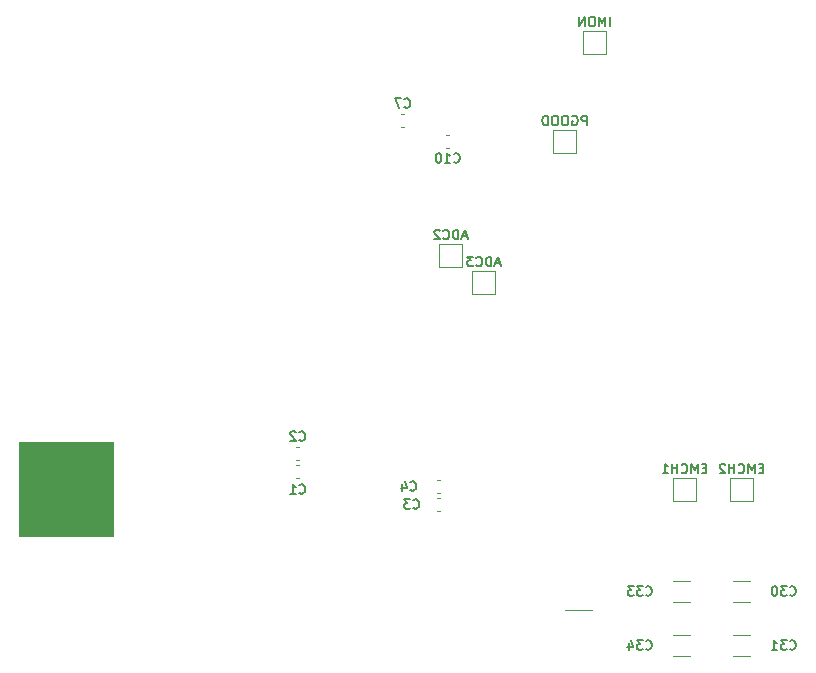
<source format=gbr>
%TF.GenerationSoftware,KiCad,Pcbnew,9.0.0*%
%TF.CreationDate,2025-04-17T15:03:59+12:00*%
%TF.ProjectId,Central_ECU,43656e74-7261-46c5-9f45-43552e6b6963,A*%
%TF.SameCoordinates,Original*%
%TF.FileFunction,Legend,Bot*%
%TF.FilePolarity,Positive*%
%FSLAX46Y46*%
G04 Gerber Fmt 4.6, Leading zero omitted, Abs format (unit mm)*
G04 Created by KiCad (PCBNEW 9.0.0) date 2025-04-17 15:03:59*
%MOMM*%
%LPD*%
G01*
G04 APERTURE LIST*
%ADD10C,0.100000*%
%ADD11C,0.150000*%
%ADD12C,0.120000*%
G04 APERTURE END LIST*
G36*
X111062000Y-130874000D02*
G01*
X119062000Y-130874000D01*
X119062000Y-138874000D01*
X111062000Y-138874000D01*
X111062000Y-130874000D01*
G37*
D10*
X159512000Y-145034000D02*
X157226000Y-145034000D01*
D11*
X144405332Y-136430104D02*
X144443428Y-136468200D01*
X144443428Y-136468200D02*
X144557713Y-136506295D01*
X144557713Y-136506295D02*
X144633904Y-136506295D01*
X144633904Y-136506295D02*
X144748190Y-136468200D01*
X144748190Y-136468200D02*
X144824380Y-136392009D01*
X144824380Y-136392009D02*
X144862475Y-136315819D01*
X144862475Y-136315819D02*
X144900571Y-136163438D01*
X144900571Y-136163438D02*
X144900571Y-136049152D01*
X144900571Y-136049152D02*
X144862475Y-135896771D01*
X144862475Y-135896771D02*
X144824380Y-135820580D01*
X144824380Y-135820580D02*
X144748190Y-135744390D01*
X144748190Y-135744390D02*
X144633904Y-135706295D01*
X144633904Y-135706295D02*
X144557713Y-135706295D01*
X144557713Y-135706295D02*
X144443428Y-135744390D01*
X144443428Y-135744390D02*
X144405332Y-135782485D01*
X144138666Y-135706295D02*
X143643428Y-135706295D01*
X143643428Y-135706295D02*
X143910094Y-136011057D01*
X143910094Y-136011057D02*
X143795809Y-136011057D01*
X143795809Y-136011057D02*
X143719618Y-136049152D01*
X143719618Y-136049152D02*
X143681523Y-136087247D01*
X143681523Y-136087247D02*
X143643428Y-136163438D01*
X143643428Y-136163438D02*
X143643428Y-136353914D01*
X143643428Y-136353914D02*
X143681523Y-136430104D01*
X143681523Y-136430104D02*
X143719618Y-136468200D01*
X143719618Y-136468200D02*
X143795809Y-136506295D01*
X143795809Y-136506295D02*
X144024380Y-136506295D01*
X144024380Y-136506295D02*
X144100571Y-136468200D01*
X144100571Y-136468200D02*
X144138666Y-136430104D01*
X134753332Y-130682104D02*
X134791428Y-130720200D01*
X134791428Y-130720200D02*
X134905713Y-130758295D01*
X134905713Y-130758295D02*
X134981904Y-130758295D01*
X134981904Y-130758295D02*
X135096190Y-130720200D01*
X135096190Y-130720200D02*
X135172380Y-130644009D01*
X135172380Y-130644009D02*
X135210475Y-130567819D01*
X135210475Y-130567819D02*
X135248571Y-130415438D01*
X135248571Y-130415438D02*
X135248571Y-130301152D01*
X135248571Y-130301152D02*
X135210475Y-130148771D01*
X135210475Y-130148771D02*
X135172380Y-130072580D01*
X135172380Y-130072580D02*
X135096190Y-129996390D01*
X135096190Y-129996390D02*
X134981904Y-129958295D01*
X134981904Y-129958295D02*
X134905713Y-129958295D01*
X134905713Y-129958295D02*
X134791428Y-129996390D01*
X134791428Y-129996390D02*
X134753332Y-130034485D01*
X134448571Y-130034485D02*
X134410475Y-129996390D01*
X134410475Y-129996390D02*
X134334285Y-129958295D01*
X134334285Y-129958295D02*
X134143809Y-129958295D01*
X134143809Y-129958295D02*
X134067618Y-129996390D01*
X134067618Y-129996390D02*
X134029523Y-130034485D01*
X134029523Y-130034485D02*
X133991428Y-130110676D01*
X133991428Y-130110676D02*
X133991428Y-130186866D01*
X133991428Y-130186866D02*
X134029523Y-130301152D01*
X134029523Y-130301152D02*
X134486666Y-130758295D01*
X134486666Y-130758295D02*
X133991428Y-130758295D01*
X159073618Y-104022295D02*
X159073618Y-103222295D01*
X159073618Y-103222295D02*
X158768856Y-103222295D01*
X158768856Y-103222295D02*
X158692666Y-103260390D01*
X158692666Y-103260390D02*
X158654571Y-103298485D01*
X158654571Y-103298485D02*
X158616475Y-103374676D01*
X158616475Y-103374676D02*
X158616475Y-103488961D01*
X158616475Y-103488961D02*
X158654571Y-103565152D01*
X158654571Y-103565152D02*
X158692666Y-103603247D01*
X158692666Y-103603247D02*
X158768856Y-103641342D01*
X158768856Y-103641342D02*
X159073618Y-103641342D01*
X157854571Y-103260390D02*
X157930761Y-103222295D01*
X157930761Y-103222295D02*
X158045047Y-103222295D01*
X158045047Y-103222295D02*
X158159333Y-103260390D01*
X158159333Y-103260390D02*
X158235523Y-103336580D01*
X158235523Y-103336580D02*
X158273618Y-103412771D01*
X158273618Y-103412771D02*
X158311714Y-103565152D01*
X158311714Y-103565152D02*
X158311714Y-103679438D01*
X158311714Y-103679438D02*
X158273618Y-103831819D01*
X158273618Y-103831819D02*
X158235523Y-103908009D01*
X158235523Y-103908009D02*
X158159333Y-103984200D01*
X158159333Y-103984200D02*
X158045047Y-104022295D01*
X158045047Y-104022295D02*
X157968856Y-104022295D01*
X157968856Y-104022295D02*
X157854571Y-103984200D01*
X157854571Y-103984200D02*
X157816475Y-103946104D01*
X157816475Y-103946104D02*
X157816475Y-103679438D01*
X157816475Y-103679438D02*
X157968856Y-103679438D01*
X157321237Y-103222295D02*
X157168856Y-103222295D01*
X157168856Y-103222295D02*
X157092666Y-103260390D01*
X157092666Y-103260390D02*
X157016475Y-103336580D01*
X157016475Y-103336580D02*
X156978380Y-103488961D01*
X156978380Y-103488961D02*
X156978380Y-103755628D01*
X156978380Y-103755628D02*
X157016475Y-103908009D01*
X157016475Y-103908009D02*
X157092666Y-103984200D01*
X157092666Y-103984200D02*
X157168856Y-104022295D01*
X157168856Y-104022295D02*
X157321237Y-104022295D01*
X157321237Y-104022295D02*
X157397428Y-103984200D01*
X157397428Y-103984200D02*
X157473618Y-103908009D01*
X157473618Y-103908009D02*
X157511714Y-103755628D01*
X157511714Y-103755628D02*
X157511714Y-103488961D01*
X157511714Y-103488961D02*
X157473618Y-103336580D01*
X157473618Y-103336580D02*
X157397428Y-103260390D01*
X157397428Y-103260390D02*
X157321237Y-103222295D01*
X156483142Y-103222295D02*
X156330761Y-103222295D01*
X156330761Y-103222295D02*
X156254571Y-103260390D01*
X156254571Y-103260390D02*
X156178380Y-103336580D01*
X156178380Y-103336580D02*
X156140285Y-103488961D01*
X156140285Y-103488961D02*
X156140285Y-103755628D01*
X156140285Y-103755628D02*
X156178380Y-103908009D01*
X156178380Y-103908009D02*
X156254571Y-103984200D01*
X156254571Y-103984200D02*
X156330761Y-104022295D01*
X156330761Y-104022295D02*
X156483142Y-104022295D01*
X156483142Y-104022295D02*
X156559333Y-103984200D01*
X156559333Y-103984200D02*
X156635523Y-103908009D01*
X156635523Y-103908009D02*
X156673619Y-103755628D01*
X156673619Y-103755628D02*
X156673619Y-103488961D01*
X156673619Y-103488961D02*
X156635523Y-103336580D01*
X156635523Y-103336580D02*
X156559333Y-103260390D01*
X156559333Y-103260390D02*
X156483142Y-103222295D01*
X155797428Y-104022295D02*
X155797428Y-103222295D01*
X155797428Y-103222295D02*
X155606952Y-103222295D01*
X155606952Y-103222295D02*
X155492666Y-103260390D01*
X155492666Y-103260390D02*
X155416476Y-103336580D01*
X155416476Y-103336580D02*
X155378381Y-103412771D01*
X155378381Y-103412771D02*
X155340285Y-103565152D01*
X155340285Y-103565152D02*
X155340285Y-103679438D01*
X155340285Y-103679438D02*
X155378381Y-103831819D01*
X155378381Y-103831819D02*
X155416476Y-103908009D01*
X155416476Y-103908009D02*
X155492666Y-103984200D01*
X155492666Y-103984200D02*
X155606952Y-104022295D01*
X155606952Y-104022295D02*
X155797428Y-104022295D01*
X148945428Y-113445723D02*
X148564475Y-113445723D01*
X149021618Y-113674295D02*
X148754951Y-112874295D01*
X148754951Y-112874295D02*
X148488285Y-113674295D01*
X148221618Y-113674295D02*
X148221618Y-112874295D01*
X148221618Y-112874295D02*
X148031142Y-112874295D01*
X148031142Y-112874295D02*
X147916856Y-112912390D01*
X147916856Y-112912390D02*
X147840666Y-112988580D01*
X147840666Y-112988580D02*
X147802571Y-113064771D01*
X147802571Y-113064771D02*
X147764475Y-113217152D01*
X147764475Y-113217152D02*
X147764475Y-113331438D01*
X147764475Y-113331438D02*
X147802571Y-113483819D01*
X147802571Y-113483819D02*
X147840666Y-113560009D01*
X147840666Y-113560009D02*
X147916856Y-113636200D01*
X147916856Y-113636200D02*
X148031142Y-113674295D01*
X148031142Y-113674295D02*
X148221618Y-113674295D01*
X146964475Y-113598104D02*
X147002571Y-113636200D01*
X147002571Y-113636200D02*
X147116856Y-113674295D01*
X147116856Y-113674295D02*
X147193047Y-113674295D01*
X147193047Y-113674295D02*
X147307333Y-113636200D01*
X147307333Y-113636200D02*
X147383523Y-113560009D01*
X147383523Y-113560009D02*
X147421618Y-113483819D01*
X147421618Y-113483819D02*
X147459714Y-113331438D01*
X147459714Y-113331438D02*
X147459714Y-113217152D01*
X147459714Y-113217152D02*
X147421618Y-113064771D01*
X147421618Y-113064771D02*
X147383523Y-112988580D01*
X147383523Y-112988580D02*
X147307333Y-112912390D01*
X147307333Y-112912390D02*
X147193047Y-112874295D01*
X147193047Y-112874295D02*
X147116856Y-112874295D01*
X147116856Y-112874295D02*
X147002571Y-112912390D01*
X147002571Y-112912390D02*
X146964475Y-112950485D01*
X146659714Y-112950485D02*
X146621618Y-112912390D01*
X146621618Y-112912390D02*
X146545428Y-112874295D01*
X146545428Y-112874295D02*
X146354952Y-112874295D01*
X146354952Y-112874295D02*
X146278761Y-112912390D01*
X146278761Y-112912390D02*
X146240666Y-112950485D01*
X146240666Y-112950485D02*
X146202571Y-113026676D01*
X146202571Y-113026676D02*
X146202571Y-113102866D01*
X146202571Y-113102866D02*
X146240666Y-113217152D01*
X146240666Y-113217152D02*
X146697809Y-113674295D01*
X146697809Y-113674295D02*
X146202571Y-113674295D01*
X164090285Y-143796104D02*
X164128381Y-143834200D01*
X164128381Y-143834200D02*
X164242666Y-143872295D01*
X164242666Y-143872295D02*
X164318857Y-143872295D01*
X164318857Y-143872295D02*
X164433143Y-143834200D01*
X164433143Y-143834200D02*
X164509333Y-143758009D01*
X164509333Y-143758009D02*
X164547428Y-143681819D01*
X164547428Y-143681819D02*
X164585524Y-143529438D01*
X164585524Y-143529438D02*
X164585524Y-143415152D01*
X164585524Y-143415152D02*
X164547428Y-143262771D01*
X164547428Y-143262771D02*
X164509333Y-143186580D01*
X164509333Y-143186580D02*
X164433143Y-143110390D01*
X164433143Y-143110390D02*
X164318857Y-143072295D01*
X164318857Y-143072295D02*
X164242666Y-143072295D01*
X164242666Y-143072295D02*
X164128381Y-143110390D01*
X164128381Y-143110390D02*
X164090285Y-143148485D01*
X163823619Y-143072295D02*
X163328381Y-143072295D01*
X163328381Y-143072295D02*
X163595047Y-143377057D01*
X163595047Y-143377057D02*
X163480762Y-143377057D01*
X163480762Y-143377057D02*
X163404571Y-143415152D01*
X163404571Y-143415152D02*
X163366476Y-143453247D01*
X163366476Y-143453247D02*
X163328381Y-143529438D01*
X163328381Y-143529438D02*
X163328381Y-143719914D01*
X163328381Y-143719914D02*
X163366476Y-143796104D01*
X163366476Y-143796104D02*
X163404571Y-143834200D01*
X163404571Y-143834200D02*
X163480762Y-143872295D01*
X163480762Y-143872295D02*
X163709333Y-143872295D01*
X163709333Y-143872295D02*
X163785524Y-143834200D01*
X163785524Y-143834200D02*
X163823619Y-143796104D01*
X163061714Y-143072295D02*
X162566476Y-143072295D01*
X162566476Y-143072295D02*
X162833142Y-143377057D01*
X162833142Y-143377057D02*
X162718857Y-143377057D01*
X162718857Y-143377057D02*
X162642666Y-143415152D01*
X162642666Y-143415152D02*
X162604571Y-143453247D01*
X162604571Y-143453247D02*
X162566476Y-143529438D01*
X162566476Y-143529438D02*
X162566476Y-143719914D01*
X162566476Y-143719914D02*
X162604571Y-143796104D01*
X162604571Y-143796104D02*
X162642666Y-143834200D01*
X162642666Y-143834200D02*
X162718857Y-143872295D01*
X162718857Y-143872295D02*
X162947428Y-143872295D01*
X162947428Y-143872295D02*
X163023619Y-143834200D01*
X163023619Y-143834200D02*
X163061714Y-143796104D01*
X147834285Y-107126104D02*
X147872381Y-107164200D01*
X147872381Y-107164200D02*
X147986666Y-107202295D01*
X147986666Y-107202295D02*
X148062857Y-107202295D01*
X148062857Y-107202295D02*
X148177143Y-107164200D01*
X148177143Y-107164200D02*
X148253333Y-107088009D01*
X148253333Y-107088009D02*
X148291428Y-107011819D01*
X148291428Y-107011819D02*
X148329524Y-106859438D01*
X148329524Y-106859438D02*
X148329524Y-106745152D01*
X148329524Y-106745152D02*
X148291428Y-106592771D01*
X148291428Y-106592771D02*
X148253333Y-106516580D01*
X148253333Y-106516580D02*
X148177143Y-106440390D01*
X148177143Y-106440390D02*
X148062857Y-106402295D01*
X148062857Y-106402295D02*
X147986666Y-106402295D01*
X147986666Y-106402295D02*
X147872381Y-106440390D01*
X147872381Y-106440390D02*
X147834285Y-106478485D01*
X147072381Y-107202295D02*
X147529524Y-107202295D01*
X147300952Y-107202295D02*
X147300952Y-106402295D01*
X147300952Y-106402295D02*
X147377143Y-106516580D01*
X147377143Y-106516580D02*
X147453333Y-106592771D01*
X147453333Y-106592771D02*
X147529524Y-106630866D01*
X146577142Y-106402295D02*
X146500952Y-106402295D01*
X146500952Y-106402295D02*
X146424761Y-106440390D01*
X146424761Y-106440390D02*
X146386666Y-106478485D01*
X146386666Y-106478485D02*
X146348571Y-106554676D01*
X146348571Y-106554676D02*
X146310476Y-106707057D01*
X146310476Y-106707057D02*
X146310476Y-106897533D01*
X146310476Y-106897533D02*
X146348571Y-107049914D01*
X146348571Y-107049914D02*
X146386666Y-107126104D01*
X146386666Y-107126104D02*
X146424761Y-107164200D01*
X146424761Y-107164200D02*
X146500952Y-107202295D01*
X146500952Y-107202295D02*
X146577142Y-107202295D01*
X146577142Y-107202295D02*
X146653333Y-107164200D01*
X146653333Y-107164200D02*
X146691428Y-107126104D01*
X146691428Y-107126104D02*
X146729523Y-107049914D01*
X146729523Y-107049914D02*
X146767619Y-106897533D01*
X146767619Y-106897533D02*
X146767619Y-106707057D01*
X146767619Y-106707057D02*
X146729523Y-106554676D01*
X146729523Y-106554676D02*
X146691428Y-106478485D01*
X146691428Y-106478485D02*
X146653333Y-106440390D01*
X146653333Y-106440390D02*
X146577142Y-106402295D01*
X143643332Y-102488104D02*
X143681428Y-102526200D01*
X143681428Y-102526200D02*
X143795713Y-102564295D01*
X143795713Y-102564295D02*
X143871904Y-102564295D01*
X143871904Y-102564295D02*
X143986190Y-102526200D01*
X143986190Y-102526200D02*
X144062380Y-102450009D01*
X144062380Y-102450009D02*
X144100475Y-102373819D01*
X144100475Y-102373819D02*
X144138571Y-102221438D01*
X144138571Y-102221438D02*
X144138571Y-102107152D01*
X144138571Y-102107152D02*
X144100475Y-101954771D01*
X144100475Y-101954771D02*
X144062380Y-101878580D01*
X144062380Y-101878580D02*
X143986190Y-101802390D01*
X143986190Y-101802390D02*
X143871904Y-101764295D01*
X143871904Y-101764295D02*
X143795713Y-101764295D01*
X143795713Y-101764295D02*
X143681428Y-101802390D01*
X143681428Y-101802390D02*
X143643332Y-101840485D01*
X143376666Y-101764295D02*
X142843332Y-101764295D01*
X142843332Y-101764295D02*
X143186190Y-102564295D01*
X144164332Y-134906104D02*
X144202428Y-134944200D01*
X144202428Y-134944200D02*
X144316713Y-134982295D01*
X144316713Y-134982295D02*
X144392904Y-134982295D01*
X144392904Y-134982295D02*
X144507190Y-134944200D01*
X144507190Y-134944200D02*
X144583380Y-134868009D01*
X144583380Y-134868009D02*
X144621475Y-134791819D01*
X144621475Y-134791819D02*
X144659571Y-134639438D01*
X144659571Y-134639438D02*
X144659571Y-134525152D01*
X144659571Y-134525152D02*
X144621475Y-134372771D01*
X144621475Y-134372771D02*
X144583380Y-134296580D01*
X144583380Y-134296580D02*
X144507190Y-134220390D01*
X144507190Y-134220390D02*
X144392904Y-134182295D01*
X144392904Y-134182295D02*
X144316713Y-134182295D01*
X144316713Y-134182295D02*
X144202428Y-134220390D01*
X144202428Y-134220390D02*
X144164332Y-134258485D01*
X143478618Y-134448961D02*
X143478618Y-134982295D01*
X143669094Y-134144200D02*
X143859571Y-134715628D01*
X143859571Y-134715628D02*
X143364332Y-134715628D01*
X161061237Y-95640295D02*
X161061237Y-94840295D01*
X160680285Y-95640295D02*
X160680285Y-94840295D01*
X160680285Y-94840295D02*
X160413619Y-95411723D01*
X160413619Y-95411723D02*
X160146952Y-94840295D01*
X160146952Y-94840295D02*
X160146952Y-95640295D01*
X159613618Y-94840295D02*
X159461237Y-94840295D01*
X159461237Y-94840295D02*
X159385047Y-94878390D01*
X159385047Y-94878390D02*
X159308856Y-94954580D01*
X159308856Y-94954580D02*
X159270761Y-95106961D01*
X159270761Y-95106961D02*
X159270761Y-95373628D01*
X159270761Y-95373628D02*
X159308856Y-95526009D01*
X159308856Y-95526009D02*
X159385047Y-95602200D01*
X159385047Y-95602200D02*
X159461237Y-95640295D01*
X159461237Y-95640295D02*
X159613618Y-95640295D01*
X159613618Y-95640295D02*
X159689809Y-95602200D01*
X159689809Y-95602200D02*
X159765999Y-95526009D01*
X159765999Y-95526009D02*
X159804095Y-95373628D01*
X159804095Y-95373628D02*
X159804095Y-95106961D01*
X159804095Y-95106961D02*
X159765999Y-94954580D01*
X159765999Y-94954580D02*
X159689809Y-94878390D01*
X159689809Y-94878390D02*
X159613618Y-94840295D01*
X158927904Y-95640295D02*
X158927904Y-94840295D01*
X158927904Y-94840295D02*
X158470761Y-95640295D01*
X158470761Y-95640295D02*
X158470761Y-94840295D01*
X164090285Y-148368104D02*
X164128381Y-148406200D01*
X164128381Y-148406200D02*
X164242666Y-148444295D01*
X164242666Y-148444295D02*
X164318857Y-148444295D01*
X164318857Y-148444295D02*
X164433143Y-148406200D01*
X164433143Y-148406200D02*
X164509333Y-148330009D01*
X164509333Y-148330009D02*
X164547428Y-148253819D01*
X164547428Y-148253819D02*
X164585524Y-148101438D01*
X164585524Y-148101438D02*
X164585524Y-147987152D01*
X164585524Y-147987152D02*
X164547428Y-147834771D01*
X164547428Y-147834771D02*
X164509333Y-147758580D01*
X164509333Y-147758580D02*
X164433143Y-147682390D01*
X164433143Y-147682390D02*
X164318857Y-147644295D01*
X164318857Y-147644295D02*
X164242666Y-147644295D01*
X164242666Y-147644295D02*
X164128381Y-147682390D01*
X164128381Y-147682390D02*
X164090285Y-147720485D01*
X163823619Y-147644295D02*
X163328381Y-147644295D01*
X163328381Y-147644295D02*
X163595047Y-147949057D01*
X163595047Y-147949057D02*
X163480762Y-147949057D01*
X163480762Y-147949057D02*
X163404571Y-147987152D01*
X163404571Y-147987152D02*
X163366476Y-148025247D01*
X163366476Y-148025247D02*
X163328381Y-148101438D01*
X163328381Y-148101438D02*
X163328381Y-148291914D01*
X163328381Y-148291914D02*
X163366476Y-148368104D01*
X163366476Y-148368104D02*
X163404571Y-148406200D01*
X163404571Y-148406200D02*
X163480762Y-148444295D01*
X163480762Y-148444295D02*
X163709333Y-148444295D01*
X163709333Y-148444295D02*
X163785524Y-148406200D01*
X163785524Y-148406200D02*
X163823619Y-148368104D01*
X162642666Y-147910961D02*
X162642666Y-148444295D01*
X162833142Y-147606200D02*
X163023619Y-148177628D01*
X163023619Y-148177628D02*
X162528380Y-148177628D01*
X174040571Y-133067247D02*
X173773905Y-133067247D01*
X173659619Y-133486295D02*
X174040571Y-133486295D01*
X174040571Y-133486295D02*
X174040571Y-132686295D01*
X174040571Y-132686295D02*
X173659619Y-132686295D01*
X173316761Y-133486295D02*
X173316761Y-132686295D01*
X173316761Y-132686295D02*
X173050095Y-133257723D01*
X173050095Y-133257723D02*
X172783428Y-132686295D01*
X172783428Y-132686295D02*
X172783428Y-133486295D01*
X171945332Y-133410104D02*
X171983428Y-133448200D01*
X171983428Y-133448200D02*
X172097713Y-133486295D01*
X172097713Y-133486295D02*
X172173904Y-133486295D01*
X172173904Y-133486295D02*
X172288190Y-133448200D01*
X172288190Y-133448200D02*
X172364380Y-133372009D01*
X172364380Y-133372009D02*
X172402475Y-133295819D01*
X172402475Y-133295819D02*
X172440571Y-133143438D01*
X172440571Y-133143438D02*
X172440571Y-133029152D01*
X172440571Y-133029152D02*
X172402475Y-132876771D01*
X172402475Y-132876771D02*
X172364380Y-132800580D01*
X172364380Y-132800580D02*
X172288190Y-132724390D01*
X172288190Y-132724390D02*
X172173904Y-132686295D01*
X172173904Y-132686295D02*
X172097713Y-132686295D01*
X172097713Y-132686295D02*
X171983428Y-132724390D01*
X171983428Y-132724390D02*
X171945332Y-132762485D01*
X171602475Y-133486295D02*
X171602475Y-132686295D01*
X171602475Y-133067247D02*
X171145332Y-133067247D01*
X171145332Y-133486295D02*
X171145332Y-132686295D01*
X170802476Y-132762485D02*
X170764380Y-132724390D01*
X170764380Y-132724390D02*
X170688190Y-132686295D01*
X170688190Y-132686295D02*
X170497714Y-132686295D01*
X170497714Y-132686295D02*
X170421523Y-132724390D01*
X170421523Y-132724390D02*
X170383428Y-132762485D01*
X170383428Y-132762485D02*
X170345333Y-132838676D01*
X170345333Y-132838676D02*
X170345333Y-132914866D01*
X170345333Y-132914866D02*
X170383428Y-133029152D01*
X170383428Y-133029152D02*
X170840571Y-133486295D01*
X170840571Y-133486295D02*
X170345333Y-133486295D01*
X134753332Y-135160104D02*
X134791428Y-135198200D01*
X134791428Y-135198200D02*
X134905713Y-135236295D01*
X134905713Y-135236295D02*
X134981904Y-135236295D01*
X134981904Y-135236295D02*
X135096190Y-135198200D01*
X135096190Y-135198200D02*
X135172380Y-135122009D01*
X135172380Y-135122009D02*
X135210475Y-135045819D01*
X135210475Y-135045819D02*
X135248571Y-134893438D01*
X135248571Y-134893438D02*
X135248571Y-134779152D01*
X135248571Y-134779152D02*
X135210475Y-134626771D01*
X135210475Y-134626771D02*
X135172380Y-134550580D01*
X135172380Y-134550580D02*
X135096190Y-134474390D01*
X135096190Y-134474390D02*
X134981904Y-134436295D01*
X134981904Y-134436295D02*
X134905713Y-134436295D01*
X134905713Y-134436295D02*
X134791428Y-134474390D01*
X134791428Y-134474390D02*
X134753332Y-134512485D01*
X133991428Y-135236295D02*
X134448571Y-135236295D01*
X134219999Y-135236295D02*
X134219999Y-134436295D01*
X134219999Y-134436295D02*
X134296190Y-134550580D01*
X134296190Y-134550580D02*
X134372380Y-134626771D01*
X134372380Y-134626771D02*
X134448571Y-134664866D01*
X176282285Y-148368104D02*
X176320381Y-148406200D01*
X176320381Y-148406200D02*
X176434666Y-148444295D01*
X176434666Y-148444295D02*
X176510857Y-148444295D01*
X176510857Y-148444295D02*
X176625143Y-148406200D01*
X176625143Y-148406200D02*
X176701333Y-148330009D01*
X176701333Y-148330009D02*
X176739428Y-148253819D01*
X176739428Y-148253819D02*
X176777524Y-148101438D01*
X176777524Y-148101438D02*
X176777524Y-147987152D01*
X176777524Y-147987152D02*
X176739428Y-147834771D01*
X176739428Y-147834771D02*
X176701333Y-147758580D01*
X176701333Y-147758580D02*
X176625143Y-147682390D01*
X176625143Y-147682390D02*
X176510857Y-147644295D01*
X176510857Y-147644295D02*
X176434666Y-147644295D01*
X176434666Y-147644295D02*
X176320381Y-147682390D01*
X176320381Y-147682390D02*
X176282285Y-147720485D01*
X176015619Y-147644295D02*
X175520381Y-147644295D01*
X175520381Y-147644295D02*
X175787047Y-147949057D01*
X175787047Y-147949057D02*
X175672762Y-147949057D01*
X175672762Y-147949057D02*
X175596571Y-147987152D01*
X175596571Y-147987152D02*
X175558476Y-148025247D01*
X175558476Y-148025247D02*
X175520381Y-148101438D01*
X175520381Y-148101438D02*
X175520381Y-148291914D01*
X175520381Y-148291914D02*
X175558476Y-148368104D01*
X175558476Y-148368104D02*
X175596571Y-148406200D01*
X175596571Y-148406200D02*
X175672762Y-148444295D01*
X175672762Y-148444295D02*
X175901333Y-148444295D01*
X175901333Y-148444295D02*
X175977524Y-148406200D01*
X175977524Y-148406200D02*
X176015619Y-148368104D01*
X174758476Y-148444295D02*
X175215619Y-148444295D01*
X174987047Y-148444295D02*
X174987047Y-147644295D01*
X174987047Y-147644295D02*
X175063238Y-147758580D01*
X175063238Y-147758580D02*
X175139428Y-147834771D01*
X175139428Y-147834771D02*
X175215619Y-147872866D01*
X169214571Y-133067247D02*
X168947905Y-133067247D01*
X168833619Y-133486295D02*
X169214571Y-133486295D01*
X169214571Y-133486295D02*
X169214571Y-132686295D01*
X169214571Y-132686295D02*
X168833619Y-132686295D01*
X168490761Y-133486295D02*
X168490761Y-132686295D01*
X168490761Y-132686295D02*
X168224095Y-133257723D01*
X168224095Y-133257723D02*
X167957428Y-132686295D01*
X167957428Y-132686295D02*
X167957428Y-133486295D01*
X167119332Y-133410104D02*
X167157428Y-133448200D01*
X167157428Y-133448200D02*
X167271713Y-133486295D01*
X167271713Y-133486295D02*
X167347904Y-133486295D01*
X167347904Y-133486295D02*
X167462190Y-133448200D01*
X167462190Y-133448200D02*
X167538380Y-133372009D01*
X167538380Y-133372009D02*
X167576475Y-133295819D01*
X167576475Y-133295819D02*
X167614571Y-133143438D01*
X167614571Y-133143438D02*
X167614571Y-133029152D01*
X167614571Y-133029152D02*
X167576475Y-132876771D01*
X167576475Y-132876771D02*
X167538380Y-132800580D01*
X167538380Y-132800580D02*
X167462190Y-132724390D01*
X167462190Y-132724390D02*
X167347904Y-132686295D01*
X167347904Y-132686295D02*
X167271713Y-132686295D01*
X167271713Y-132686295D02*
X167157428Y-132724390D01*
X167157428Y-132724390D02*
X167119332Y-132762485D01*
X166776475Y-133486295D02*
X166776475Y-132686295D01*
X166776475Y-133067247D02*
X166319332Y-133067247D01*
X166319332Y-133486295D02*
X166319332Y-132686295D01*
X165519333Y-133486295D02*
X165976476Y-133486295D01*
X165747904Y-133486295D02*
X165747904Y-132686295D01*
X165747904Y-132686295D02*
X165824095Y-132800580D01*
X165824095Y-132800580D02*
X165900285Y-132876771D01*
X165900285Y-132876771D02*
X165976476Y-132914866D01*
X176282285Y-143796104D02*
X176320381Y-143834200D01*
X176320381Y-143834200D02*
X176434666Y-143872295D01*
X176434666Y-143872295D02*
X176510857Y-143872295D01*
X176510857Y-143872295D02*
X176625143Y-143834200D01*
X176625143Y-143834200D02*
X176701333Y-143758009D01*
X176701333Y-143758009D02*
X176739428Y-143681819D01*
X176739428Y-143681819D02*
X176777524Y-143529438D01*
X176777524Y-143529438D02*
X176777524Y-143415152D01*
X176777524Y-143415152D02*
X176739428Y-143262771D01*
X176739428Y-143262771D02*
X176701333Y-143186580D01*
X176701333Y-143186580D02*
X176625143Y-143110390D01*
X176625143Y-143110390D02*
X176510857Y-143072295D01*
X176510857Y-143072295D02*
X176434666Y-143072295D01*
X176434666Y-143072295D02*
X176320381Y-143110390D01*
X176320381Y-143110390D02*
X176282285Y-143148485D01*
X176015619Y-143072295D02*
X175520381Y-143072295D01*
X175520381Y-143072295D02*
X175787047Y-143377057D01*
X175787047Y-143377057D02*
X175672762Y-143377057D01*
X175672762Y-143377057D02*
X175596571Y-143415152D01*
X175596571Y-143415152D02*
X175558476Y-143453247D01*
X175558476Y-143453247D02*
X175520381Y-143529438D01*
X175520381Y-143529438D02*
X175520381Y-143719914D01*
X175520381Y-143719914D02*
X175558476Y-143796104D01*
X175558476Y-143796104D02*
X175596571Y-143834200D01*
X175596571Y-143834200D02*
X175672762Y-143872295D01*
X175672762Y-143872295D02*
X175901333Y-143872295D01*
X175901333Y-143872295D02*
X175977524Y-143834200D01*
X175977524Y-143834200D02*
X176015619Y-143796104D01*
X175025142Y-143072295D02*
X174948952Y-143072295D01*
X174948952Y-143072295D02*
X174872761Y-143110390D01*
X174872761Y-143110390D02*
X174834666Y-143148485D01*
X174834666Y-143148485D02*
X174796571Y-143224676D01*
X174796571Y-143224676D02*
X174758476Y-143377057D01*
X174758476Y-143377057D02*
X174758476Y-143567533D01*
X174758476Y-143567533D02*
X174796571Y-143719914D01*
X174796571Y-143719914D02*
X174834666Y-143796104D01*
X174834666Y-143796104D02*
X174872761Y-143834200D01*
X174872761Y-143834200D02*
X174948952Y-143872295D01*
X174948952Y-143872295D02*
X175025142Y-143872295D01*
X175025142Y-143872295D02*
X175101333Y-143834200D01*
X175101333Y-143834200D02*
X175139428Y-143796104D01*
X175139428Y-143796104D02*
X175177523Y-143719914D01*
X175177523Y-143719914D02*
X175215619Y-143567533D01*
X175215619Y-143567533D02*
X175215619Y-143377057D01*
X175215619Y-143377057D02*
X175177523Y-143224676D01*
X175177523Y-143224676D02*
X175139428Y-143148485D01*
X175139428Y-143148485D02*
X175101333Y-143110390D01*
X175101333Y-143110390D02*
X175025142Y-143072295D01*
X151739428Y-115731723D02*
X151358475Y-115731723D01*
X151815618Y-115960295D02*
X151548951Y-115160295D01*
X151548951Y-115160295D02*
X151282285Y-115960295D01*
X151015618Y-115960295D02*
X151015618Y-115160295D01*
X151015618Y-115160295D02*
X150825142Y-115160295D01*
X150825142Y-115160295D02*
X150710856Y-115198390D01*
X150710856Y-115198390D02*
X150634666Y-115274580D01*
X150634666Y-115274580D02*
X150596571Y-115350771D01*
X150596571Y-115350771D02*
X150558475Y-115503152D01*
X150558475Y-115503152D02*
X150558475Y-115617438D01*
X150558475Y-115617438D02*
X150596571Y-115769819D01*
X150596571Y-115769819D02*
X150634666Y-115846009D01*
X150634666Y-115846009D02*
X150710856Y-115922200D01*
X150710856Y-115922200D02*
X150825142Y-115960295D01*
X150825142Y-115960295D02*
X151015618Y-115960295D01*
X149758475Y-115884104D02*
X149796571Y-115922200D01*
X149796571Y-115922200D02*
X149910856Y-115960295D01*
X149910856Y-115960295D02*
X149987047Y-115960295D01*
X149987047Y-115960295D02*
X150101333Y-115922200D01*
X150101333Y-115922200D02*
X150177523Y-115846009D01*
X150177523Y-115846009D02*
X150215618Y-115769819D01*
X150215618Y-115769819D02*
X150253714Y-115617438D01*
X150253714Y-115617438D02*
X150253714Y-115503152D01*
X150253714Y-115503152D02*
X150215618Y-115350771D01*
X150215618Y-115350771D02*
X150177523Y-115274580D01*
X150177523Y-115274580D02*
X150101333Y-115198390D01*
X150101333Y-115198390D02*
X149987047Y-115160295D01*
X149987047Y-115160295D02*
X149910856Y-115160295D01*
X149910856Y-115160295D02*
X149796571Y-115198390D01*
X149796571Y-115198390D02*
X149758475Y-115236485D01*
X149491809Y-115160295D02*
X148996571Y-115160295D01*
X148996571Y-115160295D02*
X149263237Y-115465057D01*
X149263237Y-115465057D02*
X149148952Y-115465057D01*
X149148952Y-115465057D02*
X149072761Y-115503152D01*
X149072761Y-115503152D02*
X149034666Y-115541247D01*
X149034666Y-115541247D02*
X148996571Y-115617438D01*
X148996571Y-115617438D02*
X148996571Y-115807914D01*
X148996571Y-115807914D02*
X149034666Y-115884104D01*
X149034666Y-115884104D02*
X149072761Y-115922200D01*
X149072761Y-115922200D02*
X149148952Y-115960295D01*
X149148952Y-115960295D02*
X149377523Y-115960295D01*
X149377523Y-115960295D02*
X149453714Y-115922200D01*
X149453714Y-115922200D02*
X149491809Y-115884104D01*
D12*
%TO.C,C3*%
X146698580Y-135634000D02*
X146417420Y-135634000D01*
X146698580Y-136654000D02*
X146417420Y-136654000D01*
%TO.C,C2*%
X134760580Y-131316000D02*
X134479420Y-131316000D01*
X134760580Y-132336000D02*
X134479420Y-132336000D01*
%TO.C,TP23*%
X156276000Y-104460000D02*
X156276000Y-106360000D01*
X156276000Y-106360000D02*
X158176000Y-106360000D01*
X158176000Y-104460000D02*
X156276000Y-104460000D01*
X158176000Y-106360000D02*
X158176000Y-104460000D01*
%TO.C,TP31*%
X146624000Y-114112000D02*
X146624000Y-116012000D01*
X146624000Y-116012000D02*
X148524000Y-116012000D01*
X148524000Y-114112000D02*
X146624000Y-114112000D01*
X148524000Y-116012000D02*
X148524000Y-114112000D01*
%TO.C,C33*%
X166420748Y-142600000D02*
X167843252Y-142600000D01*
X166420748Y-144420000D02*
X167843252Y-144420000D01*
%TO.C,C10*%
X147179420Y-104900000D02*
X147460580Y-104900000D01*
X147179420Y-105920000D02*
X147460580Y-105920000D01*
%TO.C,C7*%
X143650580Y-103122000D02*
X143369420Y-103122000D01*
X143650580Y-104142000D02*
X143369420Y-104142000D01*
%TO.C,C4*%
X146698580Y-134110000D02*
X146417420Y-134110000D01*
X146698580Y-135130000D02*
X146417420Y-135130000D01*
%TO.C,TP22*%
X158816000Y-96078000D02*
X158816000Y-97978000D01*
X158816000Y-97978000D02*
X160716000Y-97978000D01*
X160716000Y-96078000D02*
X158816000Y-96078000D01*
X160716000Y-97978000D02*
X160716000Y-96078000D01*
%TO.C,C34*%
X166420748Y-147172000D02*
X167843252Y-147172000D01*
X166420748Y-148992000D02*
X167843252Y-148992000D01*
%TO.C,TP19*%
X171262000Y-133924000D02*
X171262000Y-135824000D01*
X171262000Y-135824000D02*
X173162000Y-135824000D01*
X173162000Y-133924000D02*
X171262000Y-133924000D01*
X173162000Y-135824000D02*
X173162000Y-133924000D01*
%TO.C,C1*%
X134760580Y-132840000D02*
X134479420Y-132840000D01*
X134760580Y-133860000D02*
X134479420Y-133860000D01*
%TO.C,C31*%
X171500748Y-147172000D02*
X172923252Y-147172000D01*
X171500748Y-148992000D02*
X172923252Y-148992000D01*
%TO.C,TP20*%
X166436000Y-133924000D02*
X166436000Y-135824000D01*
X166436000Y-135824000D02*
X168336000Y-135824000D01*
X168336000Y-133924000D02*
X166436000Y-133924000D01*
X168336000Y-135824000D02*
X168336000Y-133924000D01*
%TO.C,C30*%
X171500748Y-142600000D02*
X172923252Y-142600000D01*
X171500748Y-144420000D02*
X172923252Y-144420000D01*
%TO.C,TP32*%
X149418000Y-116398000D02*
X149418000Y-118298000D01*
X149418000Y-118298000D02*
X151318000Y-118298000D01*
X151318000Y-116398000D02*
X149418000Y-116398000D01*
X151318000Y-118298000D02*
X151318000Y-116398000D01*
%TD*%
M02*

</source>
